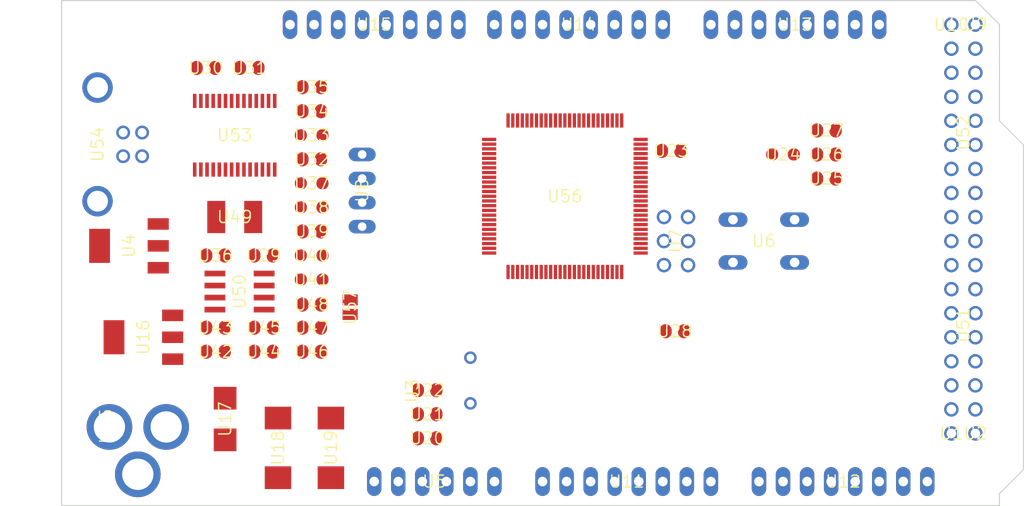
<source format=kicad_pcb>
(kicad_pcb (version 20221018) (generator pcbnew)
  (layers (0 "F.Cu" signal "Top") (31 "B.Cu" signal "Bottom") (34 "B.Paste" user) (35 "F.Paste" user) (36 "B.SilkS" user "B.Silkscreen") (37 "F.SilkS" user "F.Silkscreen") (38 "B.Mask" user) (39 "F.Mask" user) (44 "Edge.Cuts" user))
  (net 0 "")
  (net 1 "+5V")
  (net 2 "GND")
  (net 3 "N$6")
  (net 4 "N$7")
  (net 5 "AREF")
  (net 6 "RESET")
  (net 7 "VIN")
  (net 8 "N$3")
  (net 9 "PWRIN")
  (net 10 "M8RXD")
  (net 11 "M8TXD")
  (net 12 "ADC0")
  (net 13 "ADC2")
  (net 14 "ADC1")
  (net 15 "ADC3")
  (net 16 "ADC4")
  (net 17 "ADC5")
  (net 18 "ADC6")
  (net 19 "ADC7")
  (net 20 "+3V3")
  (net 21 "SDA")
  (net 22 "SCL")
  (net 23 "ADC9")
  (net 24 "ADC8")
  (net 25 "ADC10")
  (net 26 "ADC11")
  (net 27 "ADC12")
  (net 28 "ADC13")
  (net 29 "ADC14")
  (net 30 "ADC15")
  (net 31 "PB3")
  (net 32 "PB2")
  (net 33 "PB1")
  (net 34 "PB5")
  (net 35 "PB4")
  (net 36 "PE5")
  (net 37 "PE4")
  (net 38 "PE3")
  (net 39 "PE1")
  (net 40 "PE0")
  (net 41 "N$15")
  (net 42 "N$53")
  (net 43 "N$54")
  (net 44 "N$55")
  (net 45 "D-")
  (net 46 "D+")
  (net 47 "N$60")
  (net 48 "DTR")
  (net 49 "USBVCC")
  (net 50 "N$2")
  (net 51 "N$4")
  (net 52 "GATE_CMD")
  (net 53 "CMP")
  (net 54 "PB6")
  (net 55 "PH3")
  (net 56 "PH4")
  (net 57 "PH5")
  (net 58 "PH6")
  (net 59 "PG5")
  (net 60 "RXD1")
  (net 61 "TXD1")
  (net 62 "RXD2")
  (net 63 "RXD3")
  (net 64 "TXD2")
  (net 65 "TXD3")
  (net 66 "PC0")
  (net 67 "PC1")
  (net 68 "PC2")
  (net 69 "PC3")
  (net 70 "PC4")
  (net 71 "PC5")
  (net 72 "PC6")
  (net 73 "PC7")
  (net 74 "PB0")
  (net 75 "PG0")
  (net 76 "PG1")
  (net 77 "PG2")
  (net 78 "PD7")
  (net 79 "PA0")
  (net 80 "PA1")
  (net 81 "PA2")
  (net 82 "PA3")
  (net 83 "PA4")
  (net 84 "PA5")
  (net 85 "PA6")
  (net 86 "PA7")
  (net 87 "PL0")
  (net 88 "PL1")
  (net 89 "PL2")
  (net 90 "PL3")
  (net 91 "PL4")
  (net 92 "PL5")
  (net 93 "PL6")
  (net 94 "PL7")
  (net 95 "PB7")
  (net 96 "CTS")
  (net 97 "DSR")
  (net 98 "DCD")
  (net 99 "RI")
  (footprint "Arduino_MEGA_Reference_Design:2X03" (layer "F.Cu") (at 162.5981 103.7336 -90)
    (fp_text reference "U7")
    (fp_text value "")
  )
  (footprint "Arduino_MEGA_Reference_Design:1X08" (layer "F.Cu") (at 152.3111 80.8736 180)
    (fp_text reference "U14")
    (fp_text value "")
  )
  (footprint "Arduino_MEGA_Reference_Design:1X08" (layer "F.Cu") (at 130.7211 80.8736 180)
    (fp_text reference "U15")
    (fp_text value "")
  )
  (footprint "Arduino_MEGA_Reference_Design:SMC_D" (layer "F.Cu") (at 120.5611 125.5776 -90)
    (fp_text reference "U18")
    (fp_text value "")
  )
  (footprint "Arduino_MEGA_Reference_Design:SMC_D" (layer "F.Cu") (at 126.1491 125.5776 -90)
    (fp_text reference "U19")
    (fp_text value "")
  )
  (footprint "Arduino_MEGA_Reference_Design:B3F-10XX" (layer "F.Cu") (at 171.8691 103.7336 180)
    (fp_text reference "U6")
    (fp_text value "")
  )
  (footprint "Arduino_MEGA_Reference_Design:0805RND" (layer "F.Cu") (at 173.9011 94.5896 180)
    (fp_text reference "U24")
    (fp_text value "")
  )
  (footprint "Arduino_MEGA_Reference_Design:SMB" (layer "F.Cu") (at 114.9731 122.5296 -90)
    (fp_text reference "U17")
    (fp_text value "")
  )
  (footprint "Arduino_MEGA_Reference_Design:DC-21MM" (layer "F.Cu") (at 103.0351 123.2916 90)
    (fp_text reference "U55")
    (fp_text value "")
  )
  (footprint "Arduino_MEGA_Reference_Design:HC49_S" (layer "F.Cu") (at 140.8811 118.4656 90)
    (fp_text reference "U3")
    (fp_text value "")
  )
  (footprint "Arduino_MEGA_Reference_Design:SOT223" (layer "F.Cu") (at 106.3371 113.8936 90)
    (fp_text reference "U16")
    (fp_text value "")
  )
  (footprint "Arduino_MEGA_Reference_Design:1X06" (layer "F.Cu") (at 137.0711 129.1336)
    (fp_text reference "U5")
    (fp_text value "")
  )
  (footprint "Arduino_MEGA_Reference_Design:C0805RND" (layer "F.Cu") (at 124.1171 87.4776)
    (fp_text reference "U35")
    (fp_text value "")
  )
  (footprint "Arduino_MEGA_Reference_Design:C0805RND" (layer "F.Cu") (at 162.4711 113.2586)
    (fp_text reference "U28")
    (fp_text value "")
  )
  (footprint "Arduino_MEGA_Reference_Design:C0805RND" (layer "F.Cu") (at 136.3091 122.0216)
    (fp_text reference "U21")
    (fp_text value "")
  )
  (footprint "Arduino_MEGA_Reference_Design:C0805RND" (layer "F.Cu") (at 136.3091 119.4816)
    (fp_text reference "U22")
    (fp_text value "")
  )
  (footprint "Arduino_MEGA_Reference_Design:C0805RND" (layer "F.Cu") (at 113.9571 112.8776)
    (fp_text reference "U43")
    (fp_text value "")
  )
  (footprint "Arduino_MEGA_Reference_Design:RCL_0805RND" (layer "F.Cu") (at 124.1171 105.2576)
    (fp_text reference "U40")
    (fp_text value "")
  )
  (footprint "Arduino_MEGA_Reference_Design:RCL_0805RND" (layer "F.Cu") (at 124.1171 107.7976)
    (fp_text reference "U41")
    (fp_text value "")
  )
  (footprint "Arduino_MEGA_Reference_Design:1X08" (layer "F.Cu") (at 157.3911 129.1336)
    (fp_text reference "U11")
    (fp_text value "")
  )
  (footprint "Arduino_MEGA_Reference_Design:1X08" (layer "F.Cu") (at 175.1711 80.8736 180)
    (fp_text reference "U13")
    (fp_text value "")
  )
  (footprint "Arduino_MEGA_Reference_Design:R0805RND" (layer "F.Cu") (at 178.4731 94.5896 180)
    (fp_text reference "U26")
    (fp_text value "")
  )
  (footprint "Arduino_MEGA_Reference_Design:R0805RND" (layer "F.Cu") (at 178.4731 92.0496 180)
    (fp_text reference "U27")
    (fp_text value "")
  )
  (footprint "Arduino_MEGA_Reference_Design:TQFP100" (layer "F.Cu") (at 150.86109924316406 98.99813842773438 0)
    (fp_text reference "U56")
    (fp_text value "")
  )
  (footprint "Arduino_MEGA_Reference_Design:C0805RND" (layer "F.Cu") (at 162.0901 94.2086 180)
    (fp_text reference "U23")
    (fp_text value "")
  )
  (footprint "Arduino_MEGA_Reference_Design:C0805RND" (layer "F.Cu") (at 136.3091 124.5616)
    (fp_text reference "U20")
    (fp_text value "")
  )
  (footprint "Arduino_MEGA_Reference_Design:1X08" (layer "F.Cu") (at 180.2511 129.1336)
    (fp_text reference "U12")
    (fp_text value "")
  )
  (footprint "Arduino_MEGA_Reference_Design:R0805RND" (layer "F.Cu") (at 124.1171 112.8776)
    (fp_text reference "U47")
    (fp_text value "")
  )
  (footprint "Arduino_MEGA_Reference_Design:C0805RND" (layer "F.Cu") (at 124.1171 115.4176)
    (fp_text reference "U46")
    (fp_text value "")
  )
  (footprint "Arduino_MEGA_Reference_Design:C0805RND" (layer "F.Cu") (at 113.9571 105.2576)
    (fp_text reference "U36")
    (fp_text value "")
  )
  (footprint "Arduino_MEGA_Reference_Design:C0805RND" (layer "F.Cu") (at 112.9411 85.4456)
    (fp_text reference "U30")
    (fp_text value "")
  )
  (footprint "Arduino_MEGA_Reference_Design:0805RND" (layer "F.Cu") (at 124.1171 100.1776 180)
    (fp_text reference "U38")
    (fp_text value "")
  )
  (footprint "Arduino_MEGA_Reference_Design:0805RND" (layer "F.Cu") (at 124.1171 97.6376 180)
    (fp_text reference "U37")
    (fp_text value "")
  )
  (footprint "Arduino_MEGA_Reference_Design:R0805RND" (layer "F.Cu") (at 124.1171 95.0976)
    (fp_text reference "U32")
    (fp_text value "")
  )
  (footprint "Arduino_MEGA_Reference_Design:R0805RND" (layer "F.Cu") (at 124.1171 102.7176)
    (fp_text reference "U39")
    (fp_text value "")
  )
  (footprint "Arduino_MEGA_Reference_Design:SSOP28" (layer "F.Cu") (at 115.9891 92.5576)
    (fp_text reference "U53")
    (fp_text value "")
  )
  (footprint "Arduino_MEGA_Reference_Design:PN61729" (layer "F.Cu") (at 98.9584 93.5228 -90)
    (fp_text reference "U54")
    (fp_text value "")
  )
  (footprint "Arduino_MEGA_Reference_Design:L1812" (layer "F.Cu") (at 115.9891 101.1936)
    (fp_text reference "U49")
    (fp_text value "")
  )
  (footprint "Arduino_MEGA_Reference_Design:C0805RND" (layer "F.Cu") (at 117.5131 85.4456)
    (fp_text reference "U31")
    (fp_text value "")
  )
  (footprint "Arduino_MEGA_Reference_Design:0805RND" (layer "F.Cu") (at 124.1171 92.5576 180)
    (fp_text reference "U33")
    (fp_text value "")
  )
  (footprint "Arduino_MEGA_Reference_Design:R0805RND" (layer "F.Cu") (at 124.1171 90.0176 180)
    (fp_text reference "U34")
    (fp_text value "")
  )
  (footprint "Arduino_MEGA_Reference_Design:C0805RND" (layer "F.Cu") (at 124.1171 110.4392 180)
    (fp_text reference "U48")
    (fp_text value "")
  )
  (footprint "Arduino_MEGA_Reference_Design:SOT223" (layer "F.Cu") (at 104.8131 104.2416 90)
    (fp_text reference "U4")
    (fp_text value "")
  )
  (footprint "Arduino_MEGA_Reference_Design:SO08" (layer "F.Cu") (at 116.4971 109.0676 -90)
    (fp_text reference "U50")
    (fp_text value "")
  )
  (footprint "Arduino_MEGA_Reference_Design:R0805RND" (layer "F.Cu") (at 113.9571 115.4176 180)
    (fp_text reference "U42")
    (fp_text value "")
  )
  (footprint "Arduino_MEGA_Reference_Design:R0805RND" (layer "F.Cu") (at 119.0371 112.8776 180)
    (fp_text reference "U45")
    (fp_text value "")
  )
  (footprint "Arduino_MEGA_Reference_Design:C0805RND" (layer "F.Cu") (at 119.0371 115.4176 180)
    (fp_text reference "U44")
    (fp_text value "")
  )
  (footprint "Arduino_MEGA_Reference_Design:C0805RND" (layer "F.Cu") (at 119.0371 105.2576)
    (fp_text reference "U29")
    (fp_text value "")
  )
  (footprint "Arduino_MEGA_Reference_Design:2X08" (layer "F.Cu") (at 192.9511 92.3036 90)
    (fp_text reference "U52")
    (fp_text value "")
  )
  (footprint "Arduino_MEGA_Reference_Design:2X08" (layer "F.Cu") (at 192.9511 112.6236 90)
    (fp_text reference "U51")
    (fp_text value "")
  )
  (footprint "Arduino_MEGA_Reference_Design:R0805RND" (layer "F.Cu") (at 178.4731 97.1296 180)
    (fp_text reference "U25")
    (fp_text value "")
  )
  (footprint "Arduino_MEGA_Reference_Design:1X01" (layer "F.Cu") (at 191.6811 80.8736)
    (fp_text reference "U10")
    (fp_text value "")
  )
  (footprint "Arduino_MEGA_Reference_Design:1X01" (layer "F.Cu") (at 194.2211 80.8736)
    (fp_text reference "U9")
    (fp_text value "")
  )
  (footprint "Arduino_MEGA_Reference_Design:1X01" (layer "F.Cu") (at 191.6811 124.0536)
    (fp_text reference "U1")
    (fp_text value "")
  )
  (footprint "Arduino_MEGA_Reference_Design:1X01" (layer "F.Cu") (at 194.2211 124.0536)
    (fp_text reference "U2")
    (fp_text value "")
  )
  (footprint "Arduino_MEGA_Reference_Design:SJ" (layer "F.Cu") (at 128.1811 110.7186 -90)
    (fp_text reference "U57")
    (fp_text value "")
  )
  (footprint "Arduino_MEGA_Reference_Design:JP4" (layer "F.Cu") (at 129.4511 98.3996 -90)
    (fp_text reference "U8")
    (fp_text value "")
  )
  (gr_line (start 196.7611 80.8736) (end 196.7611 91.0336) (layer "Edge.Cuts") (width 0.12))
  (gr_line (start 196.7611 130.4036) (end 196.7611 131.6736) (layer "Edge.Cuts") (width 0.12))
  (gr_line (start 194.2211 78.3336) (end 196.7611 80.8736) (layer "Edge.Cuts") (width 0.12))
  (gr_line (start 97.7011 78.3336) (end 194.2211 78.3336) (layer "Edge.Cuts") (width 0.12))
  (gr_line (start 196.7611 91.0336) (end 199.3011 93.5736) (layer "Edge.Cuts") (width 0.12))
  (gr_line (start 97.7011 131.6736) (end 97.7011 78.3336) (layer "Edge.Cuts") (width 0.12))
  (gr_line (start 196.7611 131.6736) (end 97.7011 131.6736) (layer "Edge.Cuts") (width 0.12))
  (gr_line (start 199.3011 93.5736) (end 199.3011 127.8636) (layer "Edge.Cuts") (width 0.12))
  (gr_line (start 199.3011 127.8636) (end 196.7611 130.4036) (layer "Edge.Cuts") (width 0.12))
)
</source>
